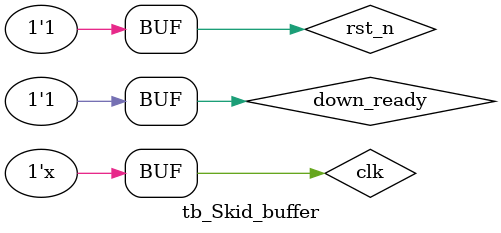
<source format=v>

`timescale 1 ns/ 1 ps 


module tb_Skid_buffer();

reg clk;
reg rst_n;
reg up_valid;
reg [7:0] up_data;
reg down_ready;
wire my_down_valid;
wire [7:0] my_down_data;
wire my_up_ready;

wire ref_down_valid;
wire [7:0] ref_down_data;
wire ref_up_ready;

wire ref_accept; //accept status signal that indicates whenever input data is accepted by the skid buffer
wire ref_transmit;//transmit status signal that indicates whenever output data is transmitted by the skid buffer
wire my_accept;
wire my_transmit;
reg [3:0] cnt;

initial begin
	clk = 1'b0;
	rst_n = 1'b0;
	up_valid = 1'b0;
	up_data = 'd0;
	down_ready = 1'b0;
	#35
	rst_n = 1'b1;
	down_ready = 1'b0;

	#20
	down_ready = 1'b1;

	#20
	down_ready = 1'b0;

	#20
	down_ready = 1'b1;

	#20
	down_ready = 1'b0;

	#20
	down_ready = 1'b1;

	#20
	down_ready = 1'b0;

	#20
	down_ready = 1'b1;

	#20
	down_ready = 1'b0;

	#20
	down_ready = 1'b1;

	#20
	down_ready = 1'b0;

	#20
	down_ready = 1'b1;

	#20
	down_ready = 1'b0;

	#20
	down_ready = 1'b1;

	#20
	down_ready = 1'b0;

	#20
	down_ready = 1'b1;
end

always @(posedge clk)begin
	if(!rst_n)begin
		up_data <= 'd0;
		up_valid <= 1'b1;
		cnt <= 12;
	end
	else if(ref_accept && my_accept && (cnt != 0))begin
		up_data <= 'd0;
		up_valid <= 1'b0;
		cnt <= cnt - 1;
	end
	else if (up_valid == 1'b0 |(cnt == 0) )begin
		up_data <= {$random}%256;
		up_valid <= 1'b1;
		cnt <= cnt;
	end
end

always #10 clk = ~clk;

	skid_buffer #(
			.DATA_WIDTH(8)
		) inst_skid_buffer (
			.i_clock        (clk),
			.i_aresetn      (rst_n),
			.i_clear        (!rst_n),
			.i_data         (up_data),
			.i_input_valid  (up_valid),
			.i_output_ready (down_ready),
			.o_data         (ref_down_data),
			.o_output_valid (ref_down_valid),
			.o_input_ready  (ref_up_ready),
			.o_accept       (ref_accept),
			.o_transmit     (ref_transmit)
		);

	Handshakes_All #(
			.WORD_WIDTH(8)
		) inst_Handshakes_All (
			.clk         (clk),
			.rst_n       (rst_n),
			.up_valid    (up_valid),
			.up_data     (up_data),
			.down_ready  (down_ready),
			.down_valid  (my_valid),
			.down_data   (my_data),
			.up_ready    (my_up_ready),
			.my_accept   (my_accept),
			.my_transmit (my_transmit)
		);


endmodule
</source>
